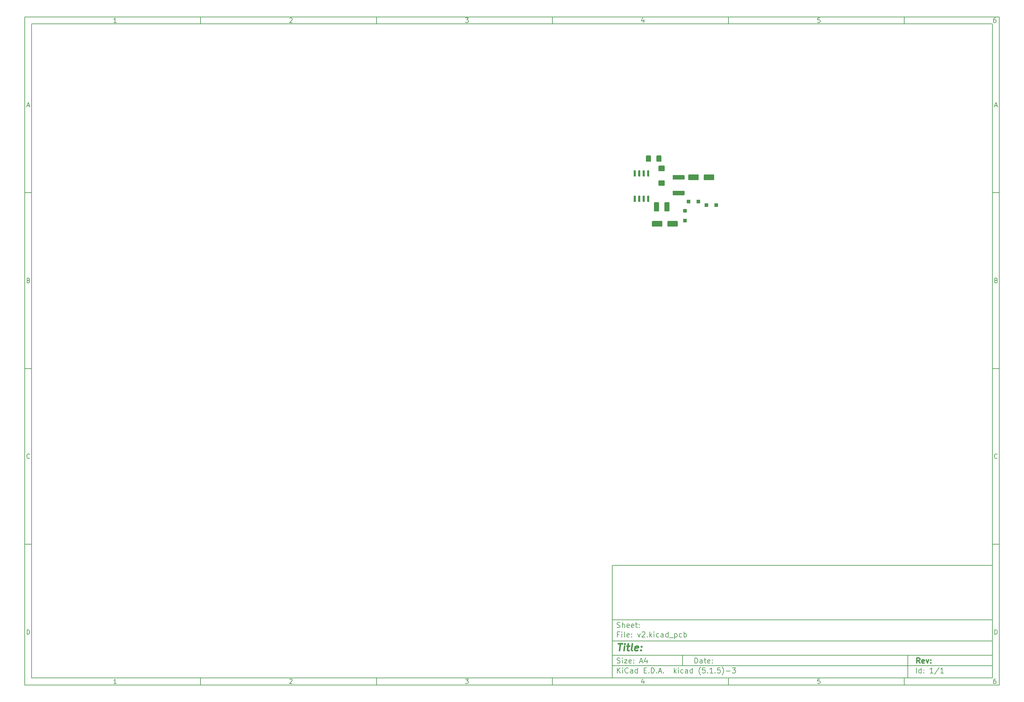
<source format=gbr>
G04 #@! TF.GenerationSoftware,KiCad,Pcbnew,(5.1.5)-3*
G04 #@! TF.CreationDate,2020-05-09T15:27:07-04:00*
G04 #@! TF.ProjectId,v2,76322e6b-6963-4616-945f-706362585858,rev?*
G04 #@! TF.SameCoordinates,Original*
G04 #@! TF.FileFunction,Paste,Top*
G04 #@! TF.FilePolarity,Positive*
%FSLAX46Y46*%
G04 Gerber Fmt 4.6, Leading zero omitted, Abs format (unit mm)*
G04 Created by KiCad (PCBNEW (5.1.5)-3) date 2020-05-09 15:27:07*
%MOMM*%
%LPD*%
G04 APERTURE LIST*
%ADD10C,0.100000*%
%ADD11C,0.150000*%
%ADD12C,0.300000*%
%ADD13C,0.400000*%
%ADD14R,1.100000X1.100000*%
G04 APERTURE END LIST*
D10*
D11*
X177002200Y-166007200D02*
X177002200Y-198007200D01*
X285002200Y-198007200D01*
X285002200Y-166007200D01*
X177002200Y-166007200D01*
D10*
D11*
X10000000Y-10000000D02*
X10000000Y-200007200D01*
X287002200Y-200007200D01*
X287002200Y-10000000D01*
X10000000Y-10000000D01*
D10*
D11*
X12000000Y-12000000D02*
X12000000Y-198007200D01*
X285002200Y-198007200D01*
X285002200Y-12000000D01*
X12000000Y-12000000D01*
D10*
D11*
X60000000Y-12000000D02*
X60000000Y-10000000D01*
D10*
D11*
X110000000Y-12000000D02*
X110000000Y-10000000D01*
D10*
D11*
X160000000Y-12000000D02*
X160000000Y-10000000D01*
D10*
D11*
X210000000Y-12000000D02*
X210000000Y-10000000D01*
D10*
D11*
X260000000Y-12000000D02*
X260000000Y-10000000D01*
D10*
D11*
X36065476Y-11588095D02*
X35322619Y-11588095D01*
X35694047Y-11588095D02*
X35694047Y-10288095D01*
X35570238Y-10473809D01*
X35446428Y-10597619D01*
X35322619Y-10659523D01*
D10*
D11*
X85322619Y-10411904D02*
X85384523Y-10350000D01*
X85508333Y-10288095D01*
X85817857Y-10288095D01*
X85941666Y-10350000D01*
X86003571Y-10411904D01*
X86065476Y-10535714D01*
X86065476Y-10659523D01*
X86003571Y-10845238D01*
X85260714Y-11588095D01*
X86065476Y-11588095D01*
D10*
D11*
X135260714Y-10288095D02*
X136065476Y-10288095D01*
X135632142Y-10783333D01*
X135817857Y-10783333D01*
X135941666Y-10845238D01*
X136003571Y-10907142D01*
X136065476Y-11030952D01*
X136065476Y-11340476D01*
X136003571Y-11464285D01*
X135941666Y-11526190D01*
X135817857Y-11588095D01*
X135446428Y-11588095D01*
X135322619Y-11526190D01*
X135260714Y-11464285D01*
D10*
D11*
X185941666Y-10721428D02*
X185941666Y-11588095D01*
X185632142Y-10226190D02*
X185322619Y-11154761D01*
X186127380Y-11154761D01*
D10*
D11*
X236003571Y-10288095D02*
X235384523Y-10288095D01*
X235322619Y-10907142D01*
X235384523Y-10845238D01*
X235508333Y-10783333D01*
X235817857Y-10783333D01*
X235941666Y-10845238D01*
X236003571Y-10907142D01*
X236065476Y-11030952D01*
X236065476Y-11340476D01*
X236003571Y-11464285D01*
X235941666Y-11526190D01*
X235817857Y-11588095D01*
X235508333Y-11588095D01*
X235384523Y-11526190D01*
X235322619Y-11464285D01*
D10*
D11*
X285941666Y-10288095D02*
X285694047Y-10288095D01*
X285570238Y-10350000D01*
X285508333Y-10411904D01*
X285384523Y-10597619D01*
X285322619Y-10845238D01*
X285322619Y-11340476D01*
X285384523Y-11464285D01*
X285446428Y-11526190D01*
X285570238Y-11588095D01*
X285817857Y-11588095D01*
X285941666Y-11526190D01*
X286003571Y-11464285D01*
X286065476Y-11340476D01*
X286065476Y-11030952D01*
X286003571Y-10907142D01*
X285941666Y-10845238D01*
X285817857Y-10783333D01*
X285570238Y-10783333D01*
X285446428Y-10845238D01*
X285384523Y-10907142D01*
X285322619Y-11030952D01*
D10*
D11*
X60000000Y-198007200D02*
X60000000Y-200007200D01*
D10*
D11*
X110000000Y-198007200D02*
X110000000Y-200007200D01*
D10*
D11*
X160000000Y-198007200D02*
X160000000Y-200007200D01*
D10*
D11*
X210000000Y-198007200D02*
X210000000Y-200007200D01*
D10*
D11*
X260000000Y-198007200D02*
X260000000Y-200007200D01*
D10*
D11*
X36065476Y-199595295D02*
X35322619Y-199595295D01*
X35694047Y-199595295D02*
X35694047Y-198295295D01*
X35570238Y-198481009D01*
X35446428Y-198604819D01*
X35322619Y-198666723D01*
D10*
D11*
X85322619Y-198419104D02*
X85384523Y-198357200D01*
X85508333Y-198295295D01*
X85817857Y-198295295D01*
X85941666Y-198357200D01*
X86003571Y-198419104D01*
X86065476Y-198542914D01*
X86065476Y-198666723D01*
X86003571Y-198852438D01*
X85260714Y-199595295D01*
X86065476Y-199595295D01*
D10*
D11*
X135260714Y-198295295D02*
X136065476Y-198295295D01*
X135632142Y-198790533D01*
X135817857Y-198790533D01*
X135941666Y-198852438D01*
X136003571Y-198914342D01*
X136065476Y-199038152D01*
X136065476Y-199347676D01*
X136003571Y-199471485D01*
X135941666Y-199533390D01*
X135817857Y-199595295D01*
X135446428Y-199595295D01*
X135322619Y-199533390D01*
X135260714Y-199471485D01*
D10*
D11*
X185941666Y-198728628D02*
X185941666Y-199595295D01*
X185632142Y-198233390D02*
X185322619Y-199161961D01*
X186127380Y-199161961D01*
D10*
D11*
X236003571Y-198295295D02*
X235384523Y-198295295D01*
X235322619Y-198914342D01*
X235384523Y-198852438D01*
X235508333Y-198790533D01*
X235817857Y-198790533D01*
X235941666Y-198852438D01*
X236003571Y-198914342D01*
X236065476Y-199038152D01*
X236065476Y-199347676D01*
X236003571Y-199471485D01*
X235941666Y-199533390D01*
X235817857Y-199595295D01*
X235508333Y-199595295D01*
X235384523Y-199533390D01*
X235322619Y-199471485D01*
D10*
D11*
X285941666Y-198295295D02*
X285694047Y-198295295D01*
X285570238Y-198357200D01*
X285508333Y-198419104D01*
X285384523Y-198604819D01*
X285322619Y-198852438D01*
X285322619Y-199347676D01*
X285384523Y-199471485D01*
X285446428Y-199533390D01*
X285570238Y-199595295D01*
X285817857Y-199595295D01*
X285941666Y-199533390D01*
X286003571Y-199471485D01*
X286065476Y-199347676D01*
X286065476Y-199038152D01*
X286003571Y-198914342D01*
X285941666Y-198852438D01*
X285817857Y-198790533D01*
X285570238Y-198790533D01*
X285446428Y-198852438D01*
X285384523Y-198914342D01*
X285322619Y-199038152D01*
D10*
D11*
X10000000Y-60000000D02*
X12000000Y-60000000D01*
D10*
D11*
X10000000Y-110000000D02*
X12000000Y-110000000D01*
D10*
D11*
X10000000Y-160000000D02*
X12000000Y-160000000D01*
D10*
D11*
X10690476Y-35216666D02*
X11309523Y-35216666D01*
X10566666Y-35588095D02*
X11000000Y-34288095D01*
X11433333Y-35588095D01*
D10*
D11*
X11092857Y-84907142D02*
X11278571Y-84969047D01*
X11340476Y-85030952D01*
X11402380Y-85154761D01*
X11402380Y-85340476D01*
X11340476Y-85464285D01*
X11278571Y-85526190D01*
X11154761Y-85588095D01*
X10659523Y-85588095D01*
X10659523Y-84288095D01*
X11092857Y-84288095D01*
X11216666Y-84350000D01*
X11278571Y-84411904D01*
X11340476Y-84535714D01*
X11340476Y-84659523D01*
X11278571Y-84783333D01*
X11216666Y-84845238D01*
X11092857Y-84907142D01*
X10659523Y-84907142D01*
D10*
D11*
X11402380Y-135464285D02*
X11340476Y-135526190D01*
X11154761Y-135588095D01*
X11030952Y-135588095D01*
X10845238Y-135526190D01*
X10721428Y-135402380D01*
X10659523Y-135278571D01*
X10597619Y-135030952D01*
X10597619Y-134845238D01*
X10659523Y-134597619D01*
X10721428Y-134473809D01*
X10845238Y-134350000D01*
X11030952Y-134288095D01*
X11154761Y-134288095D01*
X11340476Y-134350000D01*
X11402380Y-134411904D01*
D10*
D11*
X10659523Y-185588095D02*
X10659523Y-184288095D01*
X10969047Y-184288095D01*
X11154761Y-184350000D01*
X11278571Y-184473809D01*
X11340476Y-184597619D01*
X11402380Y-184845238D01*
X11402380Y-185030952D01*
X11340476Y-185278571D01*
X11278571Y-185402380D01*
X11154761Y-185526190D01*
X10969047Y-185588095D01*
X10659523Y-185588095D01*
D10*
D11*
X287002200Y-60000000D02*
X285002200Y-60000000D01*
D10*
D11*
X287002200Y-110000000D02*
X285002200Y-110000000D01*
D10*
D11*
X287002200Y-160000000D02*
X285002200Y-160000000D01*
D10*
D11*
X285692676Y-35216666D02*
X286311723Y-35216666D01*
X285568866Y-35588095D02*
X286002200Y-34288095D01*
X286435533Y-35588095D01*
D10*
D11*
X286095057Y-84907142D02*
X286280771Y-84969047D01*
X286342676Y-85030952D01*
X286404580Y-85154761D01*
X286404580Y-85340476D01*
X286342676Y-85464285D01*
X286280771Y-85526190D01*
X286156961Y-85588095D01*
X285661723Y-85588095D01*
X285661723Y-84288095D01*
X286095057Y-84288095D01*
X286218866Y-84350000D01*
X286280771Y-84411904D01*
X286342676Y-84535714D01*
X286342676Y-84659523D01*
X286280771Y-84783333D01*
X286218866Y-84845238D01*
X286095057Y-84907142D01*
X285661723Y-84907142D01*
D10*
D11*
X286404580Y-135464285D02*
X286342676Y-135526190D01*
X286156961Y-135588095D01*
X286033152Y-135588095D01*
X285847438Y-135526190D01*
X285723628Y-135402380D01*
X285661723Y-135278571D01*
X285599819Y-135030952D01*
X285599819Y-134845238D01*
X285661723Y-134597619D01*
X285723628Y-134473809D01*
X285847438Y-134350000D01*
X286033152Y-134288095D01*
X286156961Y-134288095D01*
X286342676Y-134350000D01*
X286404580Y-134411904D01*
D10*
D11*
X285661723Y-185588095D02*
X285661723Y-184288095D01*
X285971247Y-184288095D01*
X286156961Y-184350000D01*
X286280771Y-184473809D01*
X286342676Y-184597619D01*
X286404580Y-184845238D01*
X286404580Y-185030952D01*
X286342676Y-185278571D01*
X286280771Y-185402380D01*
X286156961Y-185526190D01*
X285971247Y-185588095D01*
X285661723Y-185588095D01*
D10*
D11*
X200434342Y-193785771D02*
X200434342Y-192285771D01*
X200791485Y-192285771D01*
X201005771Y-192357200D01*
X201148628Y-192500057D01*
X201220057Y-192642914D01*
X201291485Y-192928628D01*
X201291485Y-193142914D01*
X201220057Y-193428628D01*
X201148628Y-193571485D01*
X201005771Y-193714342D01*
X200791485Y-193785771D01*
X200434342Y-193785771D01*
X202577200Y-193785771D02*
X202577200Y-193000057D01*
X202505771Y-192857200D01*
X202362914Y-192785771D01*
X202077200Y-192785771D01*
X201934342Y-192857200D01*
X202577200Y-193714342D02*
X202434342Y-193785771D01*
X202077200Y-193785771D01*
X201934342Y-193714342D01*
X201862914Y-193571485D01*
X201862914Y-193428628D01*
X201934342Y-193285771D01*
X202077200Y-193214342D01*
X202434342Y-193214342D01*
X202577200Y-193142914D01*
X203077200Y-192785771D02*
X203648628Y-192785771D01*
X203291485Y-192285771D02*
X203291485Y-193571485D01*
X203362914Y-193714342D01*
X203505771Y-193785771D01*
X203648628Y-193785771D01*
X204720057Y-193714342D02*
X204577200Y-193785771D01*
X204291485Y-193785771D01*
X204148628Y-193714342D01*
X204077200Y-193571485D01*
X204077200Y-193000057D01*
X204148628Y-192857200D01*
X204291485Y-192785771D01*
X204577200Y-192785771D01*
X204720057Y-192857200D01*
X204791485Y-193000057D01*
X204791485Y-193142914D01*
X204077200Y-193285771D01*
X205434342Y-193642914D02*
X205505771Y-193714342D01*
X205434342Y-193785771D01*
X205362914Y-193714342D01*
X205434342Y-193642914D01*
X205434342Y-193785771D01*
X205434342Y-192857200D02*
X205505771Y-192928628D01*
X205434342Y-193000057D01*
X205362914Y-192928628D01*
X205434342Y-192857200D01*
X205434342Y-193000057D01*
D10*
D11*
X177002200Y-194507200D02*
X285002200Y-194507200D01*
D10*
D11*
X178434342Y-196585771D02*
X178434342Y-195085771D01*
X179291485Y-196585771D02*
X178648628Y-195728628D01*
X179291485Y-195085771D02*
X178434342Y-195942914D01*
X179934342Y-196585771D02*
X179934342Y-195585771D01*
X179934342Y-195085771D02*
X179862914Y-195157200D01*
X179934342Y-195228628D01*
X180005771Y-195157200D01*
X179934342Y-195085771D01*
X179934342Y-195228628D01*
X181505771Y-196442914D02*
X181434342Y-196514342D01*
X181220057Y-196585771D01*
X181077200Y-196585771D01*
X180862914Y-196514342D01*
X180720057Y-196371485D01*
X180648628Y-196228628D01*
X180577200Y-195942914D01*
X180577200Y-195728628D01*
X180648628Y-195442914D01*
X180720057Y-195300057D01*
X180862914Y-195157200D01*
X181077200Y-195085771D01*
X181220057Y-195085771D01*
X181434342Y-195157200D01*
X181505771Y-195228628D01*
X182791485Y-196585771D02*
X182791485Y-195800057D01*
X182720057Y-195657200D01*
X182577200Y-195585771D01*
X182291485Y-195585771D01*
X182148628Y-195657200D01*
X182791485Y-196514342D02*
X182648628Y-196585771D01*
X182291485Y-196585771D01*
X182148628Y-196514342D01*
X182077200Y-196371485D01*
X182077200Y-196228628D01*
X182148628Y-196085771D01*
X182291485Y-196014342D01*
X182648628Y-196014342D01*
X182791485Y-195942914D01*
X184148628Y-196585771D02*
X184148628Y-195085771D01*
X184148628Y-196514342D02*
X184005771Y-196585771D01*
X183720057Y-196585771D01*
X183577200Y-196514342D01*
X183505771Y-196442914D01*
X183434342Y-196300057D01*
X183434342Y-195871485D01*
X183505771Y-195728628D01*
X183577200Y-195657200D01*
X183720057Y-195585771D01*
X184005771Y-195585771D01*
X184148628Y-195657200D01*
X186005771Y-195800057D02*
X186505771Y-195800057D01*
X186720057Y-196585771D02*
X186005771Y-196585771D01*
X186005771Y-195085771D01*
X186720057Y-195085771D01*
X187362914Y-196442914D02*
X187434342Y-196514342D01*
X187362914Y-196585771D01*
X187291485Y-196514342D01*
X187362914Y-196442914D01*
X187362914Y-196585771D01*
X188077200Y-196585771D02*
X188077200Y-195085771D01*
X188434342Y-195085771D01*
X188648628Y-195157200D01*
X188791485Y-195300057D01*
X188862914Y-195442914D01*
X188934342Y-195728628D01*
X188934342Y-195942914D01*
X188862914Y-196228628D01*
X188791485Y-196371485D01*
X188648628Y-196514342D01*
X188434342Y-196585771D01*
X188077200Y-196585771D01*
X189577200Y-196442914D02*
X189648628Y-196514342D01*
X189577200Y-196585771D01*
X189505771Y-196514342D01*
X189577200Y-196442914D01*
X189577200Y-196585771D01*
X190220057Y-196157200D02*
X190934342Y-196157200D01*
X190077200Y-196585771D02*
X190577200Y-195085771D01*
X191077200Y-196585771D01*
X191577200Y-196442914D02*
X191648628Y-196514342D01*
X191577200Y-196585771D01*
X191505771Y-196514342D01*
X191577200Y-196442914D01*
X191577200Y-196585771D01*
X194577200Y-196585771D02*
X194577200Y-195085771D01*
X194720057Y-196014342D02*
X195148628Y-196585771D01*
X195148628Y-195585771D02*
X194577200Y-196157200D01*
X195791485Y-196585771D02*
X195791485Y-195585771D01*
X195791485Y-195085771D02*
X195720057Y-195157200D01*
X195791485Y-195228628D01*
X195862914Y-195157200D01*
X195791485Y-195085771D01*
X195791485Y-195228628D01*
X197148628Y-196514342D02*
X197005771Y-196585771D01*
X196720057Y-196585771D01*
X196577200Y-196514342D01*
X196505771Y-196442914D01*
X196434342Y-196300057D01*
X196434342Y-195871485D01*
X196505771Y-195728628D01*
X196577200Y-195657200D01*
X196720057Y-195585771D01*
X197005771Y-195585771D01*
X197148628Y-195657200D01*
X198434342Y-196585771D02*
X198434342Y-195800057D01*
X198362914Y-195657200D01*
X198220057Y-195585771D01*
X197934342Y-195585771D01*
X197791485Y-195657200D01*
X198434342Y-196514342D02*
X198291485Y-196585771D01*
X197934342Y-196585771D01*
X197791485Y-196514342D01*
X197720057Y-196371485D01*
X197720057Y-196228628D01*
X197791485Y-196085771D01*
X197934342Y-196014342D01*
X198291485Y-196014342D01*
X198434342Y-195942914D01*
X199791485Y-196585771D02*
X199791485Y-195085771D01*
X199791485Y-196514342D02*
X199648628Y-196585771D01*
X199362914Y-196585771D01*
X199220057Y-196514342D01*
X199148628Y-196442914D01*
X199077200Y-196300057D01*
X199077200Y-195871485D01*
X199148628Y-195728628D01*
X199220057Y-195657200D01*
X199362914Y-195585771D01*
X199648628Y-195585771D01*
X199791485Y-195657200D01*
X202077200Y-197157200D02*
X202005771Y-197085771D01*
X201862914Y-196871485D01*
X201791485Y-196728628D01*
X201720057Y-196514342D01*
X201648628Y-196157200D01*
X201648628Y-195871485D01*
X201720057Y-195514342D01*
X201791485Y-195300057D01*
X201862914Y-195157200D01*
X202005771Y-194942914D01*
X202077200Y-194871485D01*
X203362914Y-195085771D02*
X202648628Y-195085771D01*
X202577200Y-195800057D01*
X202648628Y-195728628D01*
X202791485Y-195657200D01*
X203148628Y-195657200D01*
X203291485Y-195728628D01*
X203362914Y-195800057D01*
X203434342Y-195942914D01*
X203434342Y-196300057D01*
X203362914Y-196442914D01*
X203291485Y-196514342D01*
X203148628Y-196585771D01*
X202791485Y-196585771D01*
X202648628Y-196514342D01*
X202577200Y-196442914D01*
X204077200Y-196442914D02*
X204148628Y-196514342D01*
X204077200Y-196585771D01*
X204005771Y-196514342D01*
X204077200Y-196442914D01*
X204077200Y-196585771D01*
X205577200Y-196585771D02*
X204720057Y-196585771D01*
X205148628Y-196585771D02*
X205148628Y-195085771D01*
X205005771Y-195300057D01*
X204862914Y-195442914D01*
X204720057Y-195514342D01*
X206220057Y-196442914D02*
X206291485Y-196514342D01*
X206220057Y-196585771D01*
X206148628Y-196514342D01*
X206220057Y-196442914D01*
X206220057Y-196585771D01*
X207648628Y-195085771D02*
X206934342Y-195085771D01*
X206862914Y-195800057D01*
X206934342Y-195728628D01*
X207077200Y-195657200D01*
X207434342Y-195657200D01*
X207577200Y-195728628D01*
X207648628Y-195800057D01*
X207720057Y-195942914D01*
X207720057Y-196300057D01*
X207648628Y-196442914D01*
X207577200Y-196514342D01*
X207434342Y-196585771D01*
X207077200Y-196585771D01*
X206934342Y-196514342D01*
X206862914Y-196442914D01*
X208220057Y-197157200D02*
X208291485Y-197085771D01*
X208434342Y-196871485D01*
X208505771Y-196728628D01*
X208577200Y-196514342D01*
X208648628Y-196157200D01*
X208648628Y-195871485D01*
X208577200Y-195514342D01*
X208505771Y-195300057D01*
X208434342Y-195157200D01*
X208291485Y-194942914D01*
X208220057Y-194871485D01*
X209362914Y-196014342D02*
X210505771Y-196014342D01*
X211077200Y-195085771D02*
X212005771Y-195085771D01*
X211505771Y-195657200D01*
X211720057Y-195657200D01*
X211862914Y-195728628D01*
X211934342Y-195800057D01*
X212005771Y-195942914D01*
X212005771Y-196300057D01*
X211934342Y-196442914D01*
X211862914Y-196514342D01*
X211720057Y-196585771D01*
X211291485Y-196585771D01*
X211148628Y-196514342D01*
X211077200Y-196442914D01*
D10*
D11*
X177002200Y-191507200D02*
X285002200Y-191507200D01*
D10*
D12*
X264411485Y-193785771D02*
X263911485Y-193071485D01*
X263554342Y-193785771D02*
X263554342Y-192285771D01*
X264125771Y-192285771D01*
X264268628Y-192357200D01*
X264340057Y-192428628D01*
X264411485Y-192571485D01*
X264411485Y-192785771D01*
X264340057Y-192928628D01*
X264268628Y-193000057D01*
X264125771Y-193071485D01*
X263554342Y-193071485D01*
X265625771Y-193714342D02*
X265482914Y-193785771D01*
X265197200Y-193785771D01*
X265054342Y-193714342D01*
X264982914Y-193571485D01*
X264982914Y-193000057D01*
X265054342Y-192857200D01*
X265197200Y-192785771D01*
X265482914Y-192785771D01*
X265625771Y-192857200D01*
X265697200Y-193000057D01*
X265697200Y-193142914D01*
X264982914Y-193285771D01*
X266197200Y-192785771D02*
X266554342Y-193785771D01*
X266911485Y-192785771D01*
X267482914Y-193642914D02*
X267554342Y-193714342D01*
X267482914Y-193785771D01*
X267411485Y-193714342D01*
X267482914Y-193642914D01*
X267482914Y-193785771D01*
X267482914Y-192857200D02*
X267554342Y-192928628D01*
X267482914Y-193000057D01*
X267411485Y-192928628D01*
X267482914Y-192857200D01*
X267482914Y-193000057D01*
D10*
D11*
X178362914Y-193714342D02*
X178577200Y-193785771D01*
X178934342Y-193785771D01*
X179077200Y-193714342D01*
X179148628Y-193642914D01*
X179220057Y-193500057D01*
X179220057Y-193357200D01*
X179148628Y-193214342D01*
X179077200Y-193142914D01*
X178934342Y-193071485D01*
X178648628Y-193000057D01*
X178505771Y-192928628D01*
X178434342Y-192857200D01*
X178362914Y-192714342D01*
X178362914Y-192571485D01*
X178434342Y-192428628D01*
X178505771Y-192357200D01*
X178648628Y-192285771D01*
X179005771Y-192285771D01*
X179220057Y-192357200D01*
X179862914Y-193785771D02*
X179862914Y-192785771D01*
X179862914Y-192285771D02*
X179791485Y-192357200D01*
X179862914Y-192428628D01*
X179934342Y-192357200D01*
X179862914Y-192285771D01*
X179862914Y-192428628D01*
X180434342Y-192785771D02*
X181220057Y-192785771D01*
X180434342Y-193785771D01*
X181220057Y-193785771D01*
X182362914Y-193714342D02*
X182220057Y-193785771D01*
X181934342Y-193785771D01*
X181791485Y-193714342D01*
X181720057Y-193571485D01*
X181720057Y-193000057D01*
X181791485Y-192857200D01*
X181934342Y-192785771D01*
X182220057Y-192785771D01*
X182362914Y-192857200D01*
X182434342Y-193000057D01*
X182434342Y-193142914D01*
X181720057Y-193285771D01*
X183077200Y-193642914D02*
X183148628Y-193714342D01*
X183077200Y-193785771D01*
X183005771Y-193714342D01*
X183077200Y-193642914D01*
X183077200Y-193785771D01*
X183077200Y-192857200D02*
X183148628Y-192928628D01*
X183077200Y-193000057D01*
X183005771Y-192928628D01*
X183077200Y-192857200D01*
X183077200Y-193000057D01*
X184862914Y-193357200D02*
X185577200Y-193357200D01*
X184720057Y-193785771D02*
X185220057Y-192285771D01*
X185720057Y-193785771D01*
X186862914Y-192785771D02*
X186862914Y-193785771D01*
X186505771Y-192214342D02*
X186148628Y-193285771D01*
X187077200Y-193285771D01*
D10*
D11*
X263434342Y-196585771D02*
X263434342Y-195085771D01*
X264791485Y-196585771D02*
X264791485Y-195085771D01*
X264791485Y-196514342D02*
X264648628Y-196585771D01*
X264362914Y-196585771D01*
X264220057Y-196514342D01*
X264148628Y-196442914D01*
X264077200Y-196300057D01*
X264077200Y-195871485D01*
X264148628Y-195728628D01*
X264220057Y-195657200D01*
X264362914Y-195585771D01*
X264648628Y-195585771D01*
X264791485Y-195657200D01*
X265505771Y-196442914D02*
X265577200Y-196514342D01*
X265505771Y-196585771D01*
X265434342Y-196514342D01*
X265505771Y-196442914D01*
X265505771Y-196585771D01*
X265505771Y-195657200D02*
X265577200Y-195728628D01*
X265505771Y-195800057D01*
X265434342Y-195728628D01*
X265505771Y-195657200D01*
X265505771Y-195800057D01*
X268148628Y-196585771D02*
X267291485Y-196585771D01*
X267720057Y-196585771D02*
X267720057Y-195085771D01*
X267577200Y-195300057D01*
X267434342Y-195442914D01*
X267291485Y-195514342D01*
X269862914Y-195014342D02*
X268577200Y-196942914D01*
X271148628Y-196585771D02*
X270291485Y-196585771D01*
X270720057Y-196585771D02*
X270720057Y-195085771D01*
X270577200Y-195300057D01*
X270434342Y-195442914D01*
X270291485Y-195514342D01*
D10*
D11*
X177002200Y-187507200D02*
X285002200Y-187507200D01*
D10*
D13*
X178714580Y-188211961D02*
X179857438Y-188211961D01*
X179036009Y-190211961D02*
X179286009Y-188211961D01*
X180274104Y-190211961D02*
X180440771Y-188878628D01*
X180524104Y-188211961D02*
X180416961Y-188307200D01*
X180500295Y-188402438D01*
X180607438Y-188307200D01*
X180524104Y-188211961D01*
X180500295Y-188402438D01*
X181107438Y-188878628D02*
X181869342Y-188878628D01*
X181476485Y-188211961D02*
X181262200Y-189926247D01*
X181333628Y-190116723D01*
X181512200Y-190211961D01*
X181702676Y-190211961D01*
X182655057Y-190211961D02*
X182476485Y-190116723D01*
X182405057Y-189926247D01*
X182619342Y-188211961D01*
X184190771Y-190116723D02*
X183988390Y-190211961D01*
X183607438Y-190211961D01*
X183428866Y-190116723D01*
X183357438Y-189926247D01*
X183452676Y-189164342D01*
X183571723Y-188973866D01*
X183774104Y-188878628D01*
X184155057Y-188878628D01*
X184333628Y-188973866D01*
X184405057Y-189164342D01*
X184381247Y-189354819D01*
X183405057Y-189545295D01*
X185155057Y-190021485D02*
X185238390Y-190116723D01*
X185131247Y-190211961D01*
X185047914Y-190116723D01*
X185155057Y-190021485D01*
X185131247Y-190211961D01*
X185286009Y-188973866D02*
X185369342Y-189069104D01*
X185262200Y-189164342D01*
X185178866Y-189069104D01*
X185286009Y-188973866D01*
X185262200Y-189164342D01*
D10*
D11*
X178934342Y-185600057D02*
X178434342Y-185600057D01*
X178434342Y-186385771D02*
X178434342Y-184885771D01*
X179148628Y-184885771D01*
X179720057Y-186385771D02*
X179720057Y-185385771D01*
X179720057Y-184885771D02*
X179648628Y-184957200D01*
X179720057Y-185028628D01*
X179791485Y-184957200D01*
X179720057Y-184885771D01*
X179720057Y-185028628D01*
X180648628Y-186385771D02*
X180505771Y-186314342D01*
X180434342Y-186171485D01*
X180434342Y-184885771D01*
X181791485Y-186314342D02*
X181648628Y-186385771D01*
X181362914Y-186385771D01*
X181220057Y-186314342D01*
X181148628Y-186171485D01*
X181148628Y-185600057D01*
X181220057Y-185457200D01*
X181362914Y-185385771D01*
X181648628Y-185385771D01*
X181791485Y-185457200D01*
X181862914Y-185600057D01*
X181862914Y-185742914D01*
X181148628Y-185885771D01*
X182505771Y-186242914D02*
X182577200Y-186314342D01*
X182505771Y-186385771D01*
X182434342Y-186314342D01*
X182505771Y-186242914D01*
X182505771Y-186385771D01*
X182505771Y-185457200D02*
X182577200Y-185528628D01*
X182505771Y-185600057D01*
X182434342Y-185528628D01*
X182505771Y-185457200D01*
X182505771Y-185600057D01*
X184220057Y-185385771D02*
X184577200Y-186385771D01*
X184934342Y-185385771D01*
X185434342Y-185028628D02*
X185505771Y-184957200D01*
X185648628Y-184885771D01*
X186005771Y-184885771D01*
X186148628Y-184957200D01*
X186220057Y-185028628D01*
X186291485Y-185171485D01*
X186291485Y-185314342D01*
X186220057Y-185528628D01*
X185362914Y-186385771D01*
X186291485Y-186385771D01*
X186934342Y-186242914D02*
X187005771Y-186314342D01*
X186934342Y-186385771D01*
X186862914Y-186314342D01*
X186934342Y-186242914D01*
X186934342Y-186385771D01*
X187648628Y-186385771D02*
X187648628Y-184885771D01*
X187791485Y-185814342D02*
X188220057Y-186385771D01*
X188220057Y-185385771D02*
X187648628Y-185957200D01*
X188862914Y-186385771D02*
X188862914Y-185385771D01*
X188862914Y-184885771D02*
X188791485Y-184957200D01*
X188862914Y-185028628D01*
X188934342Y-184957200D01*
X188862914Y-184885771D01*
X188862914Y-185028628D01*
X190220057Y-186314342D02*
X190077200Y-186385771D01*
X189791485Y-186385771D01*
X189648628Y-186314342D01*
X189577200Y-186242914D01*
X189505771Y-186100057D01*
X189505771Y-185671485D01*
X189577200Y-185528628D01*
X189648628Y-185457200D01*
X189791485Y-185385771D01*
X190077200Y-185385771D01*
X190220057Y-185457200D01*
X191505771Y-186385771D02*
X191505771Y-185600057D01*
X191434342Y-185457200D01*
X191291485Y-185385771D01*
X191005771Y-185385771D01*
X190862914Y-185457200D01*
X191505771Y-186314342D02*
X191362914Y-186385771D01*
X191005771Y-186385771D01*
X190862914Y-186314342D01*
X190791485Y-186171485D01*
X190791485Y-186028628D01*
X190862914Y-185885771D01*
X191005771Y-185814342D01*
X191362914Y-185814342D01*
X191505771Y-185742914D01*
X192862914Y-186385771D02*
X192862914Y-184885771D01*
X192862914Y-186314342D02*
X192720057Y-186385771D01*
X192434342Y-186385771D01*
X192291485Y-186314342D01*
X192220057Y-186242914D01*
X192148628Y-186100057D01*
X192148628Y-185671485D01*
X192220057Y-185528628D01*
X192291485Y-185457200D01*
X192434342Y-185385771D01*
X192720057Y-185385771D01*
X192862914Y-185457200D01*
X193220057Y-186528628D02*
X194362914Y-186528628D01*
X194720057Y-185385771D02*
X194720057Y-186885771D01*
X194720057Y-185457200D02*
X194862914Y-185385771D01*
X195148628Y-185385771D01*
X195291485Y-185457200D01*
X195362914Y-185528628D01*
X195434342Y-185671485D01*
X195434342Y-186100057D01*
X195362914Y-186242914D01*
X195291485Y-186314342D01*
X195148628Y-186385771D01*
X194862914Y-186385771D01*
X194720057Y-186314342D01*
X196720057Y-186314342D02*
X196577200Y-186385771D01*
X196291485Y-186385771D01*
X196148628Y-186314342D01*
X196077200Y-186242914D01*
X196005771Y-186100057D01*
X196005771Y-185671485D01*
X196077200Y-185528628D01*
X196148628Y-185457200D01*
X196291485Y-185385771D01*
X196577200Y-185385771D01*
X196720057Y-185457200D01*
X197362914Y-186385771D02*
X197362914Y-184885771D01*
X197362914Y-185457200D02*
X197505771Y-185385771D01*
X197791485Y-185385771D01*
X197934342Y-185457200D01*
X198005771Y-185528628D01*
X198077200Y-185671485D01*
X198077200Y-186100057D01*
X198005771Y-186242914D01*
X197934342Y-186314342D01*
X197791485Y-186385771D01*
X197505771Y-186385771D01*
X197362914Y-186314342D01*
D10*
D11*
X177002200Y-181507200D02*
X285002200Y-181507200D01*
D10*
D11*
X178362914Y-183614342D02*
X178577200Y-183685771D01*
X178934342Y-183685771D01*
X179077200Y-183614342D01*
X179148628Y-183542914D01*
X179220057Y-183400057D01*
X179220057Y-183257200D01*
X179148628Y-183114342D01*
X179077200Y-183042914D01*
X178934342Y-182971485D01*
X178648628Y-182900057D01*
X178505771Y-182828628D01*
X178434342Y-182757200D01*
X178362914Y-182614342D01*
X178362914Y-182471485D01*
X178434342Y-182328628D01*
X178505771Y-182257200D01*
X178648628Y-182185771D01*
X179005771Y-182185771D01*
X179220057Y-182257200D01*
X179862914Y-183685771D02*
X179862914Y-182185771D01*
X180505771Y-183685771D02*
X180505771Y-182900057D01*
X180434342Y-182757200D01*
X180291485Y-182685771D01*
X180077200Y-182685771D01*
X179934342Y-182757200D01*
X179862914Y-182828628D01*
X181791485Y-183614342D02*
X181648628Y-183685771D01*
X181362914Y-183685771D01*
X181220057Y-183614342D01*
X181148628Y-183471485D01*
X181148628Y-182900057D01*
X181220057Y-182757200D01*
X181362914Y-182685771D01*
X181648628Y-182685771D01*
X181791485Y-182757200D01*
X181862914Y-182900057D01*
X181862914Y-183042914D01*
X181148628Y-183185771D01*
X183077200Y-183614342D02*
X182934342Y-183685771D01*
X182648628Y-183685771D01*
X182505771Y-183614342D01*
X182434342Y-183471485D01*
X182434342Y-182900057D01*
X182505771Y-182757200D01*
X182648628Y-182685771D01*
X182934342Y-182685771D01*
X183077200Y-182757200D01*
X183148628Y-182900057D01*
X183148628Y-183042914D01*
X182434342Y-183185771D01*
X183577200Y-182685771D02*
X184148628Y-182685771D01*
X183791485Y-182185771D02*
X183791485Y-183471485D01*
X183862914Y-183614342D01*
X184005771Y-183685771D01*
X184148628Y-183685771D01*
X184648628Y-183542914D02*
X184720057Y-183614342D01*
X184648628Y-183685771D01*
X184577200Y-183614342D01*
X184648628Y-183542914D01*
X184648628Y-183685771D01*
X184648628Y-182757200D02*
X184720057Y-182828628D01*
X184648628Y-182900057D01*
X184577200Y-182828628D01*
X184648628Y-182757200D01*
X184648628Y-182900057D01*
D10*
D11*
X197002200Y-191507200D02*
X197002200Y-194507200D01*
D10*
D11*
X261002200Y-191507200D02*
X261002200Y-198007200D01*
D10*
G36*
X183552703Y-53635222D02*
G01*
X183567264Y-53637382D01*
X183581543Y-53640959D01*
X183595403Y-53645918D01*
X183608710Y-53652212D01*
X183621336Y-53659780D01*
X183633159Y-53668548D01*
X183644066Y-53678434D01*
X183653952Y-53689341D01*
X183662720Y-53701164D01*
X183670288Y-53713790D01*
X183676582Y-53727097D01*
X183681541Y-53740957D01*
X183685118Y-53755236D01*
X183687278Y-53769797D01*
X183688000Y-53784500D01*
X183688000Y-55209500D01*
X183687278Y-55224203D01*
X183685118Y-55238764D01*
X183681541Y-55253043D01*
X183676582Y-55266903D01*
X183670288Y-55280210D01*
X183662720Y-55292836D01*
X183653952Y-55304659D01*
X183644066Y-55315566D01*
X183633159Y-55325452D01*
X183621336Y-55334220D01*
X183608710Y-55341788D01*
X183595403Y-55348082D01*
X183581543Y-55353041D01*
X183567264Y-55356618D01*
X183552703Y-55358778D01*
X183538000Y-55359500D01*
X183238000Y-55359500D01*
X183223297Y-55358778D01*
X183208736Y-55356618D01*
X183194457Y-55353041D01*
X183180597Y-55348082D01*
X183167290Y-55341788D01*
X183154664Y-55334220D01*
X183142841Y-55325452D01*
X183131934Y-55315566D01*
X183122048Y-55304659D01*
X183113280Y-55292836D01*
X183105712Y-55280210D01*
X183099418Y-55266903D01*
X183094459Y-55253043D01*
X183090882Y-55238764D01*
X183088722Y-55224203D01*
X183088000Y-55209500D01*
X183088000Y-53784500D01*
X183088722Y-53769797D01*
X183090882Y-53755236D01*
X183094459Y-53740957D01*
X183099418Y-53727097D01*
X183105712Y-53713790D01*
X183113280Y-53701164D01*
X183122048Y-53689341D01*
X183131934Y-53678434D01*
X183142841Y-53668548D01*
X183154664Y-53659780D01*
X183167290Y-53652212D01*
X183180597Y-53645918D01*
X183194457Y-53640959D01*
X183208736Y-53637382D01*
X183223297Y-53635222D01*
X183238000Y-53634500D01*
X183538000Y-53634500D01*
X183552703Y-53635222D01*
G37*
G36*
X184822703Y-53635222D02*
G01*
X184837264Y-53637382D01*
X184851543Y-53640959D01*
X184865403Y-53645918D01*
X184878710Y-53652212D01*
X184891336Y-53659780D01*
X184903159Y-53668548D01*
X184914066Y-53678434D01*
X184923952Y-53689341D01*
X184932720Y-53701164D01*
X184940288Y-53713790D01*
X184946582Y-53727097D01*
X184951541Y-53740957D01*
X184955118Y-53755236D01*
X184957278Y-53769797D01*
X184958000Y-53784500D01*
X184958000Y-55209500D01*
X184957278Y-55224203D01*
X184955118Y-55238764D01*
X184951541Y-55253043D01*
X184946582Y-55266903D01*
X184940288Y-55280210D01*
X184932720Y-55292836D01*
X184923952Y-55304659D01*
X184914066Y-55315566D01*
X184903159Y-55325452D01*
X184891336Y-55334220D01*
X184878710Y-55341788D01*
X184865403Y-55348082D01*
X184851543Y-55353041D01*
X184837264Y-55356618D01*
X184822703Y-55358778D01*
X184808000Y-55359500D01*
X184508000Y-55359500D01*
X184493297Y-55358778D01*
X184478736Y-55356618D01*
X184464457Y-55353041D01*
X184450597Y-55348082D01*
X184437290Y-55341788D01*
X184424664Y-55334220D01*
X184412841Y-55325452D01*
X184401934Y-55315566D01*
X184392048Y-55304659D01*
X184383280Y-55292836D01*
X184375712Y-55280210D01*
X184369418Y-55266903D01*
X184364459Y-55253043D01*
X184360882Y-55238764D01*
X184358722Y-55224203D01*
X184358000Y-55209500D01*
X184358000Y-53784500D01*
X184358722Y-53769797D01*
X184360882Y-53755236D01*
X184364459Y-53740957D01*
X184369418Y-53727097D01*
X184375712Y-53713790D01*
X184383280Y-53701164D01*
X184392048Y-53689341D01*
X184401934Y-53678434D01*
X184412841Y-53668548D01*
X184424664Y-53659780D01*
X184437290Y-53652212D01*
X184450597Y-53645918D01*
X184464457Y-53640959D01*
X184478736Y-53637382D01*
X184493297Y-53635222D01*
X184508000Y-53634500D01*
X184808000Y-53634500D01*
X184822703Y-53635222D01*
G37*
G36*
X186092703Y-53635222D02*
G01*
X186107264Y-53637382D01*
X186121543Y-53640959D01*
X186135403Y-53645918D01*
X186148710Y-53652212D01*
X186161336Y-53659780D01*
X186173159Y-53668548D01*
X186184066Y-53678434D01*
X186193952Y-53689341D01*
X186202720Y-53701164D01*
X186210288Y-53713790D01*
X186216582Y-53727097D01*
X186221541Y-53740957D01*
X186225118Y-53755236D01*
X186227278Y-53769797D01*
X186228000Y-53784500D01*
X186228000Y-55209500D01*
X186227278Y-55224203D01*
X186225118Y-55238764D01*
X186221541Y-55253043D01*
X186216582Y-55266903D01*
X186210288Y-55280210D01*
X186202720Y-55292836D01*
X186193952Y-55304659D01*
X186184066Y-55315566D01*
X186173159Y-55325452D01*
X186161336Y-55334220D01*
X186148710Y-55341788D01*
X186135403Y-55348082D01*
X186121543Y-55353041D01*
X186107264Y-55356618D01*
X186092703Y-55358778D01*
X186078000Y-55359500D01*
X185778000Y-55359500D01*
X185763297Y-55358778D01*
X185748736Y-55356618D01*
X185734457Y-55353041D01*
X185720597Y-55348082D01*
X185707290Y-55341788D01*
X185694664Y-55334220D01*
X185682841Y-55325452D01*
X185671934Y-55315566D01*
X185662048Y-55304659D01*
X185653280Y-55292836D01*
X185645712Y-55280210D01*
X185639418Y-55266903D01*
X185634459Y-55253043D01*
X185630882Y-55238764D01*
X185628722Y-55224203D01*
X185628000Y-55209500D01*
X185628000Y-53784500D01*
X185628722Y-53769797D01*
X185630882Y-53755236D01*
X185634459Y-53740957D01*
X185639418Y-53727097D01*
X185645712Y-53713790D01*
X185653280Y-53701164D01*
X185662048Y-53689341D01*
X185671934Y-53678434D01*
X185682841Y-53668548D01*
X185694664Y-53659780D01*
X185707290Y-53652212D01*
X185720597Y-53645918D01*
X185734457Y-53640959D01*
X185748736Y-53637382D01*
X185763297Y-53635222D01*
X185778000Y-53634500D01*
X186078000Y-53634500D01*
X186092703Y-53635222D01*
G37*
G36*
X187362703Y-53635222D02*
G01*
X187377264Y-53637382D01*
X187391543Y-53640959D01*
X187405403Y-53645918D01*
X187418710Y-53652212D01*
X187431336Y-53659780D01*
X187443159Y-53668548D01*
X187454066Y-53678434D01*
X187463952Y-53689341D01*
X187472720Y-53701164D01*
X187480288Y-53713790D01*
X187486582Y-53727097D01*
X187491541Y-53740957D01*
X187495118Y-53755236D01*
X187497278Y-53769797D01*
X187498000Y-53784500D01*
X187498000Y-55209500D01*
X187497278Y-55224203D01*
X187495118Y-55238764D01*
X187491541Y-55253043D01*
X187486582Y-55266903D01*
X187480288Y-55280210D01*
X187472720Y-55292836D01*
X187463952Y-55304659D01*
X187454066Y-55315566D01*
X187443159Y-55325452D01*
X187431336Y-55334220D01*
X187418710Y-55341788D01*
X187405403Y-55348082D01*
X187391543Y-55353041D01*
X187377264Y-55356618D01*
X187362703Y-55358778D01*
X187348000Y-55359500D01*
X187048000Y-55359500D01*
X187033297Y-55358778D01*
X187018736Y-55356618D01*
X187004457Y-55353041D01*
X186990597Y-55348082D01*
X186977290Y-55341788D01*
X186964664Y-55334220D01*
X186952841Y-55325452D01*
X186941934Y-55315566D01*
X186932048Y-55304659D01*
X186923280Y-55292836D01*
X186915712Y-55280210D01*
X186909418Y-55266903D01*
X186904459Y-55253043D01*
X186900882Y-55238764D01*
X186898722Y-55224203D01*
X186898000Y-55209500D01*
X186898000Y-53784500D01*
X186898722Y-53769797D01*
X186900882Y-53755236D01*
X186904459Y-53740957D01*
X186909418Y-53727097D01*
X186915712Y-53713790D01*
X186923280Y-53701164D01*
X186932048Y-53689341D01*
X186941934Y-53678434D01*
X186952841Y-53668548D01*
X186964664Y-53659780D01*
X186977290Y-53652212D01*
X186990597Y-53645918D01*
X187004457Y-53640959D01*
X187018736Y-53637382D01*
X187033297Y-53635222D01*
X187048000Y-53634500D01*
X187348000Y-53634500D01*
X187362703Y-53635222D01*
G37*
G36*
X187362703Y-60860222D02*
G01*
X187377264Y-60862382D01*
X187391543Y-60865959D01*
X187405403Y-60870918D01*
X187418710Y-60877212D01*
X187431336Y-60884780D01*
X187443159Y-60893548D01*
X187454066Y-60903434D01*
X187463952Y-60914341D01*
X187472720Y-60926164D01*
X187480288Y-60938790D01*
X187486582Y-60952097D01*
X187491541Y-60965957D01*
X187495118Y-60980236D01*
X187497278Y-60994797D01*
X187498000Y-61009500D01*
X187498000Y-62434500D01*
X187497278Y-62449203D01*
X187495118Y-62463764D01*
X187491541Y-62478043D01*
X187486582Y-62491903D01*
X187480288Y-62505210D01*
X187472720Y-62517836D01*
X187463952Y-62529659D01*
X187454066Y-62540566D01*
X187443159Y-62550452D01*
X187431336Y-62559220D01*
X187418710Y-62566788D01*
X187405403Y-62573082D01*
X187391543Y-62578041D01*
X187377264Y-62581618D01*
X187362703Y-62583778D01*
X187348000Y-62584500D01*
X187048000Y-62584500D01*
X187033297Y-62583778D01*
X187018736Y-62581618D01*
X187004457Y-62578041D01*
X186990597Y-62573082D01*
X186977290Y-62566788D01*
X186964664Y-62559220D01*
X186952841Y-62550452D01*
X186941934Y-62540566D01*
X186932048Y-62529659D01*
X186923280Y-62517836D01*
X186915712Y-62505210D01*
X186909418Y-62491903D01*
X186904459Y-62478043D01*
X186900882Y-62463764D01*
X186898722Y-62449203D01*
X186898000Y-62434500D01*
X186898000Y-61009500D01*
X186898722Y-60994797D01*
X186900882Y-60980236D01*
X186904459Y-60965957D01*
X186909418Y-60952097D01*
X186915712Y-60938790D01*
X186923280Y-60926164D01*
X186932048Y-60914341D01*
X186941934Y-60903434D01*
X186952841Y-60893548D01*
X186964664Y-60884780D01*
X186977290Y-60877212D01*
X186990597Y-60870918D01*
X187004457Y-60865959D01*
X187018736Y-60862382D01*
X187033297Y-60860222D01*
X187048000Y-60859500D01*
X187348000Y-60859500D01*
X187362703Y-60860222D01*
G37*
G36*
X186092703Y-60860222D02*
G01*
X186107264Y-60862382D01*
X186121543Y-60865959D01*
X186135403Y-60870918D01*
X186148710Y-60877212D01*
X186161336Y-60884780D01*
X186173159Y-60893548D01*
X186184066Y-60903434D01*
X186193952Y-60914341D01*
X186202720Y-60926164D01*
X186210288Y-60938790D01*
X186216582Y-60952097D01*
X186221541Y-60965957D01*
X186225118Y-60980236D01*
X186227278Y-60994797D01*
X186228000Y-61009500D01*
X186228000Y-62434500D01*
X186227278Y-62449203D01*
X186225118Y-62463764D01*
X186221541Y-62478043D01*
X186216582Y-62491903D01*
X186210288Y-62505210D01*
X186202720Y-62517836D01*
X186193952Y-62529659D01*
X186184066Y-62540566D01*
X186173159Y-62550452D01*
X186161336Y-62559220D01*
X186148710Y-62566788D01*
X186135403Y-62573082D01*
X186121543Y-62578041D01*
X186107264Y-62581618D01*
X186092703Y-62583778D01*
X186078000Y-62584500D01*
X185778000Y-62584500D01*
X185763297Y-62583778D01*
X185748736Y-62581618D01*
X185734457Y-62578041D01*
X185720597Y-62573082D01*
X185707290Y-62566788D01*
X185694664Y-62559220D01*
X185682841Y-62550452D01*
X185671934Y-62540566D01*
X185662048Y-62529659D01*
X185653280Y-62517836D01*
X185645712Y-62505210D01*
X185639418Y-62491903D01*
X185634459Y-62478043D01*
X185630882Y-62463764D01*
X185628722Y-62449203D01*
X185628000Y-62434500D01*
X185628000Y-61009500D01*
X185628722Y-60994797D01*
X185630882Y-60980236D01*
X185634459Y-60965957D01*
X185639418Y-60952097D01*
X185645712Y-60938790D01*
X185653280Y-60926164D01*
X185662048Y-60914341D01*
X185671934Y-60903434D01*
X185682841Y-60893548D01*
X185694664Y-60884780D01*
X185707290Y-60877212D01*
X185720597Y-60870918D01*
X185734457Y-60865959D01*
X185748736Y-60862382D01*
X185763297Y-60860222D01*
X185778000Y-60859500D01*
X186078000Y-60859500D01*
X186092703Y-60860222D01*
G37*
G36*
X184822703Y-60860222D02*
G01*
X184837264Y-60862382D01*
X184851543Y-60865959D01*
X184865403Y-60870918D01*
X184878710Y-60877212D01*
X184891336Y-60884780D01*
X184903159Y-60893548D01*
X184914066Y-60903434D01*
X184923952Y-60914341D01*
X184932720Y-60926164D01*
X184940288Y-60938790D01*
X184946582Y-60952097D01*
X184951541Y-60965957D01*
X184955118Y-60980236D01*
X184957278Y-60994797D01*
X184958000Y-61009500D01*
X184958000Y-62434500D01*
X184957278Y-62449203D01*
X184955118Y-62463764D01*
X184951541Y-62478043D01*
X184946582Y-62491903D01*
X184940288Y-62505210D01*
X184932720Y-62517836D01*
X184923952Y-62529659D01*
X184914066Y-62540566D01*
X184903159Y-62550452D01*
X184891336Y-62559220D01*
X184878710Y-62566788D01*
X184865403Y-62573082D01*
X184851543Y-62578041D01*
X184837264Y-62581618D01*
X184822703Y-62583778D01*
X184808000Y-62584500D01*
X184508000Y-62584500D01*
X184493297Y-62583778D01*
X184478736Y-62581618D01*
X184464457Y-62578041D01*
X184450597Y-62573082D01*
X184437290Y-62566788D01*
X184424664Y-62559220D01*
X184412841Y-62550452D01*
X184401934Y-62540566D01*
X184392048Y-62529659D01*
X184383280Y-62517836D01*
X184375712Y-62505210D01*
X184369418Y-62491903D01*
X184364459Y-62478043D01*
X184360882Y-62463764D01*
X184358722Y-62449203D01*
X184358000Y-62434500D01*
X184358000Y-61009500D01*
X184358722Y-60994797D01*
X184360882Y-60980236D01*
X184364459Y-60965957D01*
X184369418Y-60952097D01*
X184375712Y-60938790D01*
X184383280Y-60926164D01*
X184392048Y-60914341D01*
X184401934Y-60903434D01*
X184412841Y-60893548D01*
X184424664Y-60884780D01*
X184437290Y-60877212D01*
X184450597Y-60870918D01*
X184464457Y-60865959D01*
X184478736Y-60862382D01*
X184493297Y-60860222D01*
X184508000Y-60859500D01*
X184808000Y-60859500D01*
X184822703Y-60860222D01*
G37*
G36*
X183552703Y-60860222D02*
G01*
X183567264Y-60862382D01*
X183581543Y-60865959D01*
X183595403Y-60870918D01*
X183608710Y-60877212D01*
X183621336Y-60884780D01*
X183633159Y-60893548D01*
X183644066Y-60903434D01*
X183653952Y-60914341D01*
X183662720Y-60926164D01*
X183670288Y-60938790D01*
X183676582Y-60952097D01*
X183681541Y-60965957D01*
X183685118Y-60980236D01*
X183687278Y-60994797D01*
X183688000Y-61009500D01*
X183688000Y-62434500D01*
X183687278Y-62449203D01*
X183685118Y-62463764D01*
X183681541Y-62478043D01*
X183676582Y-62491903D01*
X183670288Y-62505210D01*
X183662720Y-62517836D01*
X183653952Y-62529659D01*
X183644066Y-62540566D01*
X183633159Y-62550452D01*
X183621336Y-62559220D01*
X183608710Y-62566788D01*
X183595403Y-62573082D01*
X183581543Y-62578041D01*
X183567264Y-62581618D01*
X183552703Y-62583778D01*
X183538000Y-62584500D01*
X183238000Y-62584500D01*
X183223297Y-62583778D01*
X183208736Y-62581618D01*
X183194457Y-62578041D01*
X183180597Y-62573082D01*
X183167290Y-62566788D01*
X183154664Y-62559220D01*
X183142841Y-62550452D01*
X183131934Y-62540566D01*
X183122048Y-62529659D01*
X183113280Y-62517836D01*
X183105712Y-62505210D01*
X183099418Y-62491903D01*
X183094459Y-62478043D01*
X183090882Y-62463764D01*
X183088722Y-62449203D01*
X183088000Y-62434500D01*
X183088000Y-61009500D01*
X183088722Y-60994797D01*
X183090882Y-60980236D01*
X183094459Y-60965957D01*
X183099418Y-60952097D01*
X183105712Y-60938790D01*
X183113280Y-60926164D01*
X183122048Y-60914341D01*
X183131934Y-60903434D01*
X183142841Y-60893548D01*
X183154664Y-60884780D01*
X183167290Y-60877212D01*
X183180597Y-60870918D01*
X183194457Y-60865959D01*
X183208736Y-60862382D01*
X183223297Y-60860222D01*
X183238000Y-60859500D01*
X183538000Y-60859500D01*
X183552703Y-60860222D01*
G37*
G36*
X191682505Y-56474704D02*
G01*
X191706773Y-56478304D01*
X191730572Y-56484265D01*
X191753671Y-56492530D01*
X191775850Y-56503020D01*
X191796893Y-56515632D01*
X191816599Y-56530247D01*
X191834777Y-56546723D01*
X191851253Y-56564901D01*
X191865868Y-56584607D01*
X191878480Y-56605650D01*
X191888970Y-56627829D01*
X191897235Y-56650928D01*
X191903196Y-56674727D01*
X191906796Y-56698995D01*
X191908000Y-56723499D01*
X191908000Y-57798501D01*
X191906796Y-57823005D01*
X191903196Y-57847273D01*
X191897235Y-57871072D01*
X191888970Y-57894171D01*
X191878480Y-57916350D01*
X191865868Y-57937393D01*
X191851253Y-57957099D01*
X191834777Y-57975277D01*
X191816599Y-57991753D01*
X191796893Y-58006368D01*
X191775850Y-58018980D01*
X191753671Y-58029470D01*
X191730572Y-58037735D01*
X191706773Y-58043696D01*
X191682505Y-58047296D01*
X191658001Y-58048500D01*
X190357999Y-58048500D01*
X190333495Y-58047296D01*
X190309227Y-58043696D01*
X190285428Y-58037735D01*
X190262329Y-58029470D01*
X190240150Y-58018980D01*
X190219107Y-58006368D01*
X190199401Y-57991753D01*
X190181223Y-57975277D01*
X190164747Y-57957099D01*
X190150132Y-57937393D01*
X190137520Y-57916350D01*
X190127030Y-57894171D01*
X190118765Y-57871072D01*
X190112804Y-57847273D01*
X190109204Y-57823005D01*
X190108000Y-57798501D01*
X190108000Y-56723499D01*
X190109204Y-56698995D01*
X190112804Y-56674727D01*
X190118765Y-56650928D01*
X190127030Y-56627829D01*
X190137520Y-56605650D01*
X190150132Y-56584607D01*
X190164747Y-56564901D01*
X190181223Y-56546723D01*
X190199401Y-56530247D01*
X190219107Y-56515632D01*
X190240150Y-56503020D01*
X190262329Y-56492530D01*
X190285428Y-56484265D01*
X190309227Y-56478304D01*
X190333495Y-56474704D01*
X190357999Y-56473500D01*
X191658001Y-56473500D01*
X191682505Y-56474704D01*
G37*
G36*
X191682505Y-52299704D02*
G01*
X191706773Y-52303304D01*
X191730572Y-52309265D01*
X191753671Y-52317530D01*
X191775850Y-52328020D01*
X191796893Y-52340632D01*
X191816599Y-52355247D01*
X191834777Y-52371723D01*
X191851253Y-52389901D01*
X191865868Y-52409607D01*
X191878480Y-52430650D01*
X191888970Y-52452829D01*
X191897235Y-52475928D01*
X191903196Y-52499727D01*
X191906796Y-52523995D01*
X191908000Y-52548499D01*
X191908000Y-53623501D01*
X191906796Y-53648005D01*
X191903196Y-53672273D01*
X191897235Y-53696072D01*
X191888970Y-53719171D01*
X191878480Y-53741350D01*
X191865868Y-53762393D01*
X191851253Y-53782099D01*
X191834777Y-53800277D01*
X191816599Y-53816753D01*
X191796893Y-53831368D01*
X191775850Y-53843980D01*
X191753671Y-53854470D01*
X191730572Y-53862735D01*
X191706773Y-53868696D01*
X191682505Y-53872296D01*
X191658001Y-53873500D01*
X190357999Y-53873500D01*
X190333495Y-53872296D01*
X190309227Y-53868696D01*
X190285428Y-53862735D01*
X190262329Y-53854470D01*
X190240150Y-53843980D01*
X190219107Y-53831368D01*
X190199401Y-53816753D01*
X190181223Y-53800277D01*
X190164747Y-53782099D01*
X190150132Y-53762393D01*
X190137520Y-53741350D01*
X190127030Y-53719171D01*
X190118765Y-53696072D01*
X190112804Y-53672273D01*
X190109204Y-53648005D01*
X190108000Y-53623501D01*
X190108000Y-52548499D01*
X190109204Y-52523995D01*
X190112804Y-52499727D01*
X190118765Y-52475928D01*
X190127030Y-52452829D01*
X190137520Y-52430650D01*
X190150132Y-52409607D01*
X190164747Y-52389901D01*
X190181223Y-52371723D01*
X190199401Y-52355247D01*
X190219107Y-52340632D01*
X190240150Y-52328020D01*
X190262329Y-52317530D01*
X190285428Y-52309265D01*
X190309227Y-52303304D01*
X190333495Y-52299704D01*
X190357999Y-52298500D01*
X191658001Y-52298500D01*
X191682505Y-52299704D01*
G37*
G36*
X190733004Y-49418204D02*
G01*
X190757273Y-49421804D01*
X190781071Y-49427765D01*
X190804171Y-49436030D01*
X190826349Y-49446520D01*
X190847393Y-49459133D01*
X190867098Y-49473747D01*
X190885277Y-49490223D01*
X190901753Y-49508402D01*
X190916367Y-49528107D01*
X190928980Y-49549151D01*
X190939470Y-49571329D01*
X190947735Y-49594429D01*
X190953696Y-49618227D01*
X190957296Y-49642496D01*
X190958500Y-49667000D01*
X190958500Y-50917000D01*
X190957296Y-50941504D01*
X190953696Y-50965773D01*
X190947735Y-50989571D01*
X190939470Y-51012671D01*
X190928980Y-51034849D01*
X190916367Y-51055893D01*
X190901753Y-51075598D01*
X190885277Y-51093777D01*
X190867098Y-51110253D01*
X190847393Y-51124867D01*
X190826349Y-51137480D01*
X190804171Y-51147970D01*
X190781071Y-51156235D01*
X190757273Y-51162196D01*
X190733004Y-51165796D01*
X190708500Y-51167000D01*
X189783500Y-51167000D01*
X189758996Y-51165796D01*
X189734727Y-51162196D01*
X189710929Y-51156235D01*
X189687829Y-51147970D01*
X189665651Y-51137480D01*
X189644607Y-51124867D01*
X189624902Y-51110253D01*
X189606723Y-51093777D01*
X189590247Y-51075598D01*
X189575633Y-51055893D01*
X189563020Y-51034849D01*
X189552530Y-51012671D01*
X189544265Y-50989571D01*
X189538304Y-50965773D01*
X189534704Y-50941504D01*
X189533500Y-50917000D01*
X189533500Y-49667000D01*
X189534704Y-49642496D01*
X189538304Y-49618227D01*
X189544265Y-49594429D01*
X189552530Y-49571329D01*
X189563020Y-49549151D01*
X189575633Y-49528107D01*
X189590247Y-49508402D01*
X189606723Y-49490223D01*
X189624902Y-49473747D01*
X189644607Y-49459133D01*
X189665651Y-49446520D01*
X189687829Y-49436030D01*
X189710929Y-49427765D01*
X189734727Y-49421804D01*
X189758996Y-49418204D01*
X189783500Y-49417000D01*
X190708500Y-49417000D01*
X190733004Y-49418204D01*
G37*
G36*
X187758004Y-49418204D02*
G01*
X187782273Y-49421804D01*
X187806071Y-49427765D01*
X187829171Y-49436030D01*
X187851349Y-49446520D01*
X187872393Y-49459133D01*
X187892098Y-49473747D01*
X187910277Y-49490223D01*
X187926753Y-49508402D01*
X187941367Y-49528107D01*
X187953980Y-49549151D01*
X187964470Y-49571329D01*
X187972735Y-49594429D01*
X187978696Y-49618227D01*
X187982296Y-49642496D01*
X187983500Y-49667000D01*
X187983500Y-50917000D01*
X187982296Y-50941504D01*
X187978696Y-50965773D01*
X187972735Y-50989571D01*
X187964470Y-51012671D01*
X187953980Y-51034849D01*
X187941367Y-51055893D01*
X187926753Y-51075598D01*
X187910277Y-51093777D01*
X187892098Y-51110253D01*
X187872393Y-51124867D01*
X187851349Y-51137480D01*
X187829171Y-51147970D01*
X187806071Y-51156235D01*
X187782273Y-51162196D01*
X187758004Y-51165796D01*
X187733500Y-51167000D01*
X186808500Y-51167000D01*
X186783996Y-51165796D01*
X186759727Y-51162196D01*
X186735929Y-51156235D01*
X186712829Y-51147970D01*
X186690651Y-51137480D01*
X186669607Y-51124867D01*
X186649902Y-51110253D01*
X186631723Y-51093777D01*
X186615247Y-51075598D01*
X186600633Y-51055893D01*
X186588020Y-51034849D01*
X186577530Y-51012671D01*
X186569265Y-50989571D01*
X186563304Y-50965773D01*
X186559704Y-50941504D01*
X186558500Y-50917000D01*
X186558500Y-49667000D01*
X186559704Y-49642496D01*
X186563304Y-49618227D01*
X186569265Y-49594429D01*
X186577530Y-49571329D01*
X186588020Y-49549151D01*
X186600633Y-49528107D01*
X186615247Y-49508402D01*
X186631723Y-49490223D01*
X186649902Y-49473747D01*
X186669607Y-49459133D01*
X186690651Y-49446520D01*
X186712829Y-49436030D01*
X186735929Y-49427765D01*
X186759727Y-49421804D01*
X186783996Y-49418204D01*
X186808500Y-49417000D01*
X187733500Y-49417000D01*
X187758004Y-49418204D01*
G37*
D14*
X206502000Y-63500000D03*
X203702000Y-63500000D03*
X197612000Y-67948000D03*
X197612000Y-65148000D03*
X201428000Y-62484000D03*
X198628000Y-62484000D03*
D10*
G36*
X201344504Y-54827204D02*
G01*
X201368773Y-54830804D01*
X201392571Y-54836765D01*
X201415671Y-54845030D01*
X201437849Y-54855520D01*
X201458893Y-54868133D01*
X201478598Y-54882747D01*
X201496777Y-54899223D01*
X201513253Y-54917402D01*
X201527867Y-54937107D01*
X201540480Y-54958151D01*
X201550970Y-54980329D01*
X201559235Y-55003429D01*
X201565196Y-55027227D01*
X201568796Y-55051496D01*
X201570000Y-55076000D01*
X201570000Y-56176000D01*
X201568796Y-56200504D01*
X201565196Y-56224773D01*
X201559235Y-56248571D01*
X201550970Y-56271671D01*
X201540480Y-56293849D01*
X201527867Y-56314893D01*
X201513253Y-56334598D01*
X201496777Y-56352777D01*
X201478598Y-56369253D01*
X201458893Y-56383867D01*
X201437849Y-56396480D01*
X201415671Y-56406970D01*
X201392571Y-56415235D01*
X201368773Y-56421196D01*
X201344504Y-56424796D01*
X201320000Y-56426000D01*
X198820000Y-56426000D01*
X198795496Y-56424796D01*
X198771227Y-56421196D01*
X198747429Y-56415235D01*
X198724329Y-56406970D01*
X198702151Y-56396480D01*
X198681107Y-56383867D01*
X198661402Y-56369253D01*
X198643223Y-56352777D01*
X198626747Y-56334598D01*
X198612133Y-56314893D01*
X198599520Y-56293849D01*
X198589030Y-56271671D01*
X198580765Y-56248571D01*
X198574804Y-56224773D01*
X198571204Y-56200504D01*
X198570000Y-56176000D01*
X198570000Y-55076000D01*
X198571204Y-55051496D01*
X198574804Y-55027227D01*
X198580765Y-55003429D01*
X198589030Y-54980329D01*
X198599520Y-54958151D01*
X198612133Y-54937107D01*
X198626747Y-54917402D01*
X198643223Y-54899223D01*
X198661402Y-54882747D01*
X198681107Y-54868133D01*
X198702151Y-54855520D01*
X198724329Y-54845030D01*
X198747429Y-54836765D01*
X198771227Y-54830804D01*
X198795496Y-54827204D01*
X198820000Y-54826000D01*
X201320000Y-54826000D01*
X201344504Y-54827204D01*
G37*
G36*
X205744504Y-54827204D02*
G01*
X205768773Y-54830804D01*
X205792571Y-54836765D01*
X205815671Y-54845030D01*
X205837849Y-54855520D01*
X205858893Y-54868133D01*
X205878598Y-54882747D01*
X205896777Y-54899223D01*
X205913253Y-54917402D01*
X205927867Y-54937107D01*
X205940480Y-54958151D01*
X205950970Y-54980329D01*
X205959235Y-55003429D01*
X205965196Y-55027227D01*
X205968796Y-55051496D01*
X205970000Y-55076000D01*
X205970000Y-56176000D01*
X205968796Y-56200504D01*
X205965196Y-56224773D01*
X205959235Y-56248571D01*
X205950970Y-56271671D01*
X205940480Y-56293849D01*
X205927867Y-56314893D01*
X205913253Y-56334598D01*
X205896777Y-56352777D01*
X205878598Y-56369253D01*
X205858893Y-56383867D01*
X205837849Y-56396480D01*
X205815671Y-56406970D01*
X205792571Y-56415235D01*
X205768773Y-56421196D01*
X205744504Y-56424796D01*
X205720000Y-56426000D01*
X203220000Y-56426000D01*
X203195496Y-56424796D01*
X203171227Y-56421196D01*
X203147429Y-56415235D01*
X203124329Y-56406970D01*
X203102151Y-56396480D01*
X203081107Y-56383867D01*
X203061402Y-56369253D01*
X203043223Y-56352777D01*
X203026747Y-56334598D01*
X203012133Y-56314893D01*
X202999520Y-56293849D01*
X202989030Y-56271671D01*
X202980765Y-56248571D01*
X202974804Y-56224773D01*
X202971204Y-56200504D01*
X202970000Y-56176000D01*
X202970000Y-55076000D01*
X202971204Y-55051496D01*
X202974804Y-55027227D01*
X202980765Y-55003429D01*
X202989030Y-54980329D01*
X202999520Y-54958151D01*
X203012133Y-54937107D01*
X203026747Y-54917402D01*
X203043223Y-54899223D01*
X203061402Y-54882747D01*
X203081107Y-54868133D01*
X203102151Y-54855520D01*
X203124329Y-54845030D01*
X203147429Y-54836765D01*
X203171227Y-54830804D01*
X203195496Y-54827204D01*
X203220000Y-54826000D01*
X205720000Y-54826000D01*
X205744504Y-54827204D01*
G37*
G36*
X195412504Y-68035204D02*
G01*
X195436773Y-68038804D01*
X195460571Y-68044765D01*
X195483671Y-68053030D01*
X195505849Y-68063520D01*
X195526893Y-68076133D01*
X195546598Y-68090747D01*
X195564777Y-68107223D01*
X195581253Y-68125402D01*
X195595867Y-68145107D01*
X195608480Y-68166151D01*
X195618970Y-68188329D01*
X195627235Y-68211429D01*
X195633196Y-68235227D01*
X195636796Y-68259496D01*
X195638000Y-68284000D01*
X195638000Y-69384000D01*
X195636796Y-69408504D01*
X195633196Y-69432773D01*
X195627235Y-69456571D01*
X195618970Y-69479671D01*
X195608480Y-69501849D01*
X195595867Y-69522893D01*
X195581253Y-69542598D01*
X195564777Y-69560777D01*
X195546598Y-69577253D01*
X195526893Y-69591867D01*
X195505849Y-69604480D01*
X195483671Y-69614970D01*
X195460571Y-69623235D01*
X195436773Y-69629196D01*
X195412504Y-69632796D01*
X195388000Y-69634000D01*
X192888000Y-69634000D01*
X192863496Y-69632796D01*
X192839227Y-69629196D01*
X192815429Y-69623235D01*
X192792329Y-69614970D01*
X192770151Y-69604480D01*
X192749107Y-69591867D01*
X192729402Y-69577253D01*
X192711223Y-69560777D01*
X192694747Y-69542598D01*
X192680133Y-69522893D01*
X192667520Y-69501849D01*
X192657030Y-69479671D01*
X192648765Y-69456571D01*
X192642804Y-69432773D01*
X192639204Y-69408504D01*
X192638000Y-69384000D01*
X192638000Y-68284000D01*
X192639204Y-68259496D01*
X192642804Y-68235227D01*
X192648765Y-68211429D01*
X192657030Y-68188329D01*
X192667520Y-68166151D01*
X192680133Y-68145107D01*
X192694747Y-68125402D01*
X192711223Y-68107223D01*
X192729402Y-68090747D01*
X192749107Y-68076133D01*
X192770151Y-68063520D01*
X192792329Y-68053030D01*
X192815429Y-68044765D01*
X192839227Y-68038804D01*
X192863496Y-68035204D01*
X192888000Y-68034000D01*
X195388000Y-68034000D01*
X195412504Y-68035204D01*
G37*
G36*
X191012504Y-68035204D02*
G01*
X191036773Y-68038804D01*
X191060571Y-68044765D01*
X191083671Y-68053030D01*
X191105849Y-68063520D01*
X191126893Y-68076133D01*
X191146598Y-68090747D01*
X191164777Y-68107223D01*
X191181253Y-68125402D01*
X191195867Y-68145107D01*
X191208480Y-68166151D01*
X191218970Y-68188329D01*
X191227235Y-68211429D01*
X191233196Y-68235227D01*
X191236796Y-68259496D01*
X191238000Y-68284000D01*
X191238000Y-69384000D01*
X191236796Y-69408504D01*
X191233196Y-69432773D01*
X191227235Y-69456571D01*
X191218970Y-69479671D01*
X191208480Y-69501849D01*
X191195867Y-69522893D01*
X191181253Y-69542598D01*
X191164777Y-69560777D01*
X191146598Y-69577253D01*
X191126893Y-69591867D01*
X191105849Y-69604480D01*
X191083671Y-69614970D01*
X191060571Y-69623235D01*
X191036773Y-69629196D01*
X191012504Y-69632796D01*
X190988000Y-69634000D01*
X188488000Y-69634000D01*
X188463496Y-69632796D01*
X188439227Y-69629196D01*
X188415429Y-69623235D01*
X188392329Y-69614970D01*
X188370151Y-69604480D01*
X188349107Y-69591867D01*
X188329402Y-69577253D01*
X188311223Y-69560777D01*
X188294747Y-69542598D01*
X188280133Y-69522893D01*
X188267520Y-69501849D01*
X188257030Y-69479671D01*
X188248765Y-69456571D01*
X188242804Y-69432773D01*
X188239204Y-69408504D01*
X188238000Y-69384000D01*
X188238000Y-68284000D01*
X188239204Y-68259496D01*
X188242804Y-68235227D01*
X188248765Y-68211429D01*
X188257030Y-68188329D01*
X188267520Y-68166151D01*
X188280133Y-68145107D01*
X188294747Y-68125402D01*
X188311223Y-68107223D01*
X188329402Y-68090747D01*
X188349107Y-68076133D01*
X188370151Y-68063520D01*
X188392329Y-68053030D01*
X188415429Y-68044765D01*
X188439227Y-68038804D01*
X188463496Y-68035204D01*
X188488000Y-68034000D01*
X190988000Y-68034000D01*
X191012504Y-68035204D01*
G37*
G36*
X197308504Y-59427204D02*
G01*
X197332773Y-59430804D01*
X197356571Y-59436765D01*
X197379671Y-59445030D01*
X197401849Y-59455520D01*
X197422893Y-59468133D01*
X197442598Y-59482747D01*
X197460777Y-59499223D01*
X197477253Y-59517402D01*
X197491867Y-59537107D01*
X197504480Y-59558151D01*
X197514970Y-59580329D01*
X197523235Y-59603429D01*
X197529196Y-59627227D01*
X197532796Y-59651496D01*
X197534000Y-59676000D01*
X197534000Y-60476000D01*
X197532796Y-60500504D01*
X197529196Y-60524773D01*
X197523235Y-60548571D01*
X197514970Y-60571671D01*
X197504480Y-60593849D01*
X197491867Y-60614893D01*
X197477253Y-60634598D01*
X197460777Y-60652777D01*
X197442598Y-60669253D01*
X197422893Y-60683867D01*
X197401849Y-60696480D01*
X197379671Y-60706970D01*
X197356571Y-60715235D01*
X197332773Y-60721196D01*
X197308504Y-60724796D01*
X197284000Y-60726000D01*
X194384000Y-60726000D01*
X194359496Y-60724796D01*
X194335227Y-60721196D01*
X194311429Y-60715235D01*
X194288329Y-60706970D01*
X194266151Y-60696480D01*
X194245107Y-60683867D01*
X194225402Y-60669253D01*
X194207223Y-60652777D01*
X194190747Y-60634598D01*
X194176133Y-60614893D01*
X194163520Y-60593849D01*
X194153030Y-60571671D01*
X194144765Y-60548571D01*
X194138804Y-60524773D01*
X194135204Y-60500504D01*
X194134000Y-60476000D01*
X194134000Y-59676000D01*
X194135204Y-59651496D01*
X194138804Y-59627227D01*
X194144765Y-59603429D01*
X194153030Y-59580329D01*
X194163520Y-59558151D01*
X194176133Y-59537107D01*
X194190747Y-59517402D01*
X194207223Y-59499223D01*
X194225402Y-59482747D01*
X194245107Y-59468133D01*
X194266151Y-59455520D01*
X194288329Y-59445030D01*
X194311429Y-59436765D01*
X194335227Y-59430804D01*
X194359496Y-59427204D01*
X194384000Y-59426000D01*
X197284000Y-59426000D01*
X197308504Y-59427204D01*
G37*
G36*
X197308504Y-54977204D02*
G01*
X197332773Y-54980804D01*
X197356571Y-54986765D01*
X197379671Y-54995030D01*
X197401849Y-55005520D01*
X197422893Y-55018133D01*
X197442598Y-55032747D01*
X197460777Y-55049223D01*
X197477253Y-55067402D01*
X197491867Y-55087107D01*
X197504480Y-55108151D01*
X197514970Y-55130329D01*
X197523235Y-55153429D01*
X197529196Y-55177227D01*
X197532796Y-55201496D01*
X197534000Y-55226000D01*
X197534000Y-56026000D01*
X197532796Y-56050504D01*
X197529196Y-56074773D01*
X197523235Y-56098571D01*
X197514970Y-56121671D01*
X197504480Y-56143849D01*
X197491867Y-56164893D01*
X197477253Y-56184598D01*
X197460777Y-56202777D01*
X197442598Y-56219253D01*
X197422893Y-56233867D01*
X197401849Y-56246480D01*
X197379671Y-56256970D01*
X197356571Y-56265235D01*
X197332773Y-56271196D01*
X197308504Y-56274796D01*
X197284000Y-56276000D01*
X194384000Y-56276000D01*
X194359496Y-56274796D01*
X194335227Y-56271196D01*
X194311429Y-56265235D01*
X194288329Y-56256970D01*
X194266151Y-56246480D01*
X194245107Y-56233867D01*
X194225402Y-56219253D01*
X194207223Y-56202777D01*
X194190747Y-56184598D01*
X194176133Y-56164893D01*
X194163520Y-56143849D01*
X194153030Y-56121671D01*
X194144765Y-56098571D01*
X194138804Y-56074773D01*
X194135204Y-56050504D01*
X194134000Y-56026000D01*
X194134000Y-55226000D01*
X194135204Y-55201496D01*
X194138804Y-55177227D01*
X194144765Y-55153429D01*
X194153030Y-55130329D01*
X194163520Y-55108151D01*
X194176133Y-55087107D01*
X194190747Y-55067402D01*
X194207223Y-55049223D01*
X194225402Y-55032747D01*
X194245107Y-55018133D01*
X194266151Y-55005520D01*
X194288329Y-54995030D01*
X194311429Y-54986765D01*
X194335227Y-54980804D01*
X194359496Y-54977204D01*
X194384000Y-54976000D01*
X197284000Y-54976000D01*
X197308504Y-54977204D01*
G37*
G36*
X193019004Y-62684204D02*
G01*
X193043273Y-62687804D01*
X193067071Y-62693765D01*
X193090171Y-62702030D01*
X193112349Y-62712520D01*
X193133393Y-62725133D01*
X193153098Y-62739747D01*
X193171277Y-62756223D01*
X193187753Y-62774402D01*
X193202367Y-62794107D01*
X193214980Y-62815151D01*
X193225470Y-62837329D01*
X193233735Y-62860429D01*
X193239696Y-62884227D01*
X193243296Y-62908496D01*
X193244500Y-62933000D01*
X193244500Y-65083000D01*
X193243296Y-65107504D01*
X193239696Y-65131773D01*
X193233735Y-65155571D01*
X193225470Y-65178671D01*
X193214980Y-65200849D01*
X193202367Y-65221893D01*
X193187753Y-65241598D01*
X193171277Y-65259777D01*
X193153098Y-65276253D01*
X193133393Y-65290867D01*
X193112349Y-65303480D01*
X193090171Y-65313970D01*
X193067071Y-65322235D01*
X193043273Y-65328196D01*
X193019004Y-65331796D01*
X192994500Y-65333000D01*
X192069500Y-65333000D01*
X192044996Y-65331796D01*
X192020727Y-65328196D01*
X191996929Y-65322235D01*
X191973829Y-65313970D01*
X191951651Y-65303480D01*
X191930607Y-65290867D01*
X191910902Y-65276253D01*
X191892723Y-65259777D01*
X191876247Y-65241598D01*
X191861633Y-65221893D01*
X191849020Y-65200849D01*
X191838530Y-65178671D01*
X191830265Y-65155571D01*
X191824304Y-65131773D01*
X191820704Y-65107504D01*
X191819500Y-65083000D01*
X191819500Y-62933000D01*
X191820704Y-62908496D01*
X191824304Y-62884227D01*
X191830265Y-62860429D01*
X191838530Y-62837329D01*
X191849020Y-62815151D01*
X191861633Y-62794107D01*
X191876247Y-62774402D01*
X191892723Y-62756223D01*
X191910902Y-62739747D01*
X191930607Y-62725133D01*
X191951651Y-62712520D01*
X191973829Y-62702030D01*
X191996929Y-62693765D01*
X192020727Y-62687804D01*
X192044996Y-62684204D01*
X192069500Y-62683000D01*
X192994500Y-62683000D01*
X193019004Y-62684204D01*
G37*
G36*
X190044004Y-62684204D02*
G01*
X190068273Y-62687804D01*
X190092071Y-62693765D01*
X190115171Y-62702030D01*
X190137349Y-62712520D01*
X190158393Y-62725133D01*
X190178098Y-62739747D01*
X190196277Y-62756223D01*
X190212753Y-62774402D01*
X190227367Y-62794107D01*
X190239980Y-62815151D01*
X190250470Y-62837329D01*
X190258735Y-62860429D01*
X190264696Y-62884227D01*
X190268296Y-62908496D01*
X190269500Y-62933000D01*
X190269500Y-65083000D01*
X190268296Y-65107504D01*
X190264696Y-65131773D01*
X190258735Y-65155571D01*
X190250470Y-65178671D01*
X190239980Y-65200849D01*
X190227367Y-65221893D01*
X190212753Y-65241598D01*
X190196277Y-65259777D01*
X190178098Y-65276253D01*
X190158393Y-65290867D01*
X190137349Y-65303480D01*
X190115171Y-65313970D01*
X190092071Y-65322235D01*
X190068273Y-65328196D01*
X190044004Y-65331796D01*
X190019500Y-65333000D01*
X189094500Y-65333000D01*
X189069996Y-65331796D01*
X189045727Y-65328196D01*
X189021929Y-65322235D01*
X188998829Y-65313970D01*
X188976651Y-65303480D01*
X188955607Y-65290867D01*
X188935902Y-65276253D01*
X188917723Y-65259777D01*
X188901247Y-65241598D01*
X188886633Y-65221893D01*
X188874020Y-65200849D01*
X188863530Y-65178671D01*
X188855265Y-65155571D01*
X188849304Y-65131773D01*
X188845704Y-65107504D01*
X188844500Y-65083000D01*
X188844500Y-62933000D01*
X188845704Y-62908496D01*
X188849304Y-62884227D01*
X188855265Y-62860429D01*
X188863530Y-62837329D01*
X188874020Y-62815151D01*
X188886633Y-62794107D01*
X188901247Y-62774402D01*
X188917723Y-62756223D01*
X188935902Y-62739747D01*
X188955607Y-62725133D01*
X188976651Y-62712520D01*
X188998829Y-62702030D01*
X189021929Y-62693765D01*
X189045727Y-62687804D01*
X189069996Y-62684204D01*
X189094500Y-62683000D01*
X190019500Y-62683000D01*
X190044004Y-62684204D01*
G37*
M02*

</source>
